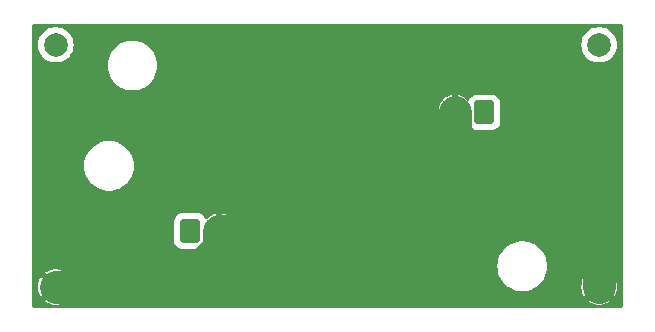
<source format=gbr>
%TF.GenerationSoftware,KiCad,Pcbnew,8.0.6*%
%TF.CreationDate,2024-11-14T22:36:56-05:00*%
%TF.ProjectId,BoostPCB,426f6f73-7450-4434-922e-6b696361645f,rev?*%
%TF.SameCoordinates,Original*%
%TF.FileFunction,Copper,L2,Bot*%
%TF.FilePolarity,Positive*%
%FSLAX46Y46*%
G04 Gerber Fmt 4.6, Leading zero omitted, Abs format (unit mm)*
G04 Created by KiCad (PCBNEW 8.0.6) date 2024-11-14 22:36:56*
%MOMM*%
%LPD*%
G01*
G04 APERTURE LIST*
G04 Aperture macros list*
%AMRoundRect*
0 Rectangle with rounded corners*
0 $1 Rounding radius*
0 $2 $3 $4 $5 $6 $7 $8 $9 X,Y pos of 4 corners*
0 Add a 4 corners polygon primitive as box body*
4,1,4,$2,$3,$4,$5,$6,$7,$8,$9,$2,$3,0*
0 Add four circle primitives for the rounded corners*
1,1,$1+$1,$2,$3*
1,1,$1+$1,$4,$5*
1,1,$1+$1,$6,$7*
1,1,$1+$1,$8,$9*
0 Add four rect primitives between the rounded corners*
20,1,$1+$1,$2,$3,$4,$5,0*
20,1,$1+$1,$4,$5,$6,$7,0*
20,1,$1+$1,$6,$7,$8,$9,0*
20,1,$1+$1,$8,$9,$2,$3,0*%
G04 Aperture macros list end*
%TA.AperFunction,ComponentPad*%
%ADD10C,2.000000*%
%TD*%
%TA.AperFunction,ComponentPad*%
%ADD11RoundRect,0.250000X-0.600000X-0.750000X0.600000X-0.750000X0.600000X0.750000X-0.600000X0.750000X0*%
%TD*%
%TA.AperFunction,ComponentPad*%
%ADD12O,1.700000X2.000000*%
%TD*%
%TA.AperFunction,ComponentPad*%
%ADD13RoundRect,0.250000X0.600000X0.750000X-0.600000X0.750000X-0.600000X-0.750000X0.600000X-0.750000X0*%
%TD*%
%TA.AperFunction,Conductor*%
%ADD14C,2.800000*%
%TD*%
G04 APERTURE END LIST*
D10*
%TO.P,U1,1,In+*%
%TO.N,12V*%
X44500000Y-89750000D03*
%TO.P,U1,2,In-*%
%TO.N,GND*%
X44500000Y-110250000D03*
%TO.P,U1,3,Out+*%
%TO.N,48V*%
X90500000Y-89750000D03*
%TO.P,U1,4,Out-*%
%TO.N,GND*%
X90500000Y-110250000D03*
%TD*%
D11*
%TO.P,J3,1,Pin_1*%
%TO.N,12V*%
X55860000Y-105515000D03*
D12*
%TO.P,J3,2,Pin_2*%
%TO.N,GND*%
X58360000Y-105515000D03*
%TD*%
D13*
%TO.P,J2,1,Pin_1*%
%TO.N,48V*%
X80790000Y-95480000D03*
D12*
%TO.P,J2,2,Pin_2*%
%TO.N,GND*%
X78290000Y-95480000D03*
%TD*%
D14*
%TO.N,GND*%
X78290000Y-95480000D02*
X78290000Y-98980000D01*
X55098222Y-110250000D02*
X44500000Y-110250000D01*
X90500000Y-107430000D02*
X90500000Y-110250000D01*
X71755000Y-105515000D02*
X58360000Y-105515000D01*
X84010000Y-104700000D02*
X87770000Y-104700000D01*
X87770000Y-104700000D02*
X90500000Y-107430000D01*
X58360000Y-105515000D02*
X58360000Y-106988222D01*
X58360000Y-106988222D02*
X55098222Y-110250000D01*
X78290000Y-98980000D02*
X84010000Y-104700000D01*
X78290000Y-98980000D02*
X71755000Y-105515000D01*
%TD*%
%TA.AperFunction,Conductor*%
%TO.N,GND*%
G36*
X92442539Y-88020185D02*
G01*
X92488294Y-88072989D01*
X92499500Y-88124500D01*
X92499500Y-111875500D01*
X92479815Y-111942539D01*
X92427011Y-111988294D01*
X92375500Y-111999500D01*
X42624500Y-111999500D01*
X42557461Y-111979815D01*
X42511706Y-111927011D01*
X42500500Y-111875500D01*
X42500500Y-110249994D01*
X42994859Y-110249994D01*
X42994859Y-110250005D01*
X43015385Y-110497729D01*
X43015387Y-110497738D01*
X43076412Y-110738717D01*
X43176266Y-110966364D01*
X43276564Y-111119882D01*
X44017037Y-110379409D01*
X44034075Y-110442993D01*
X44099901Y-110557007D01*
X44192993Y-110650099D01*
X44307007Y-110715925D01*
X44370590Y-110732962D01*
X43629942Y-111473609D01*
X43676768Y-111510055D01*
X43676770Y-111510056D01*
X43895385Y-111628364D01*
X43895396Y-111628369D01*
X44130506Y-111709083D01*
X44375707Y-111750000D01*
X44624293Y-111750000D01*
X44869493Y-111709083D01*
X45104603Y-111628369D01*
X45104614Y-111628364D01*
X45323228Y-111510057D01*
X45323231Y-111510055D01*
X45370056Y-111473609D01*
X44629409Y-110732962D01*
X44692993Y-110715925D01*
X44807007Y-110650099D01*
X44900099Y-110557007D01*
X44965925Y-110442993D01*
X44982962Y-110379410D01*
X45723434Y-111119882D01*
X45823731Y-110966369D01*
X45923587Y-110738717D01*
X45984612Y-110497738D01*
X45984614Y-110497729D01*
X46005141Y-110250005D01*
X46005141Y-110249994D01*
X45984614Y-110002270D01*
X45984612Y-110002261D01*
X45923587Y-109761282D01*
X45823731Y-109533630D01*
X45723434Y-109380116D01*
X44982962Y-110120589D01*
X44965925Y-110057007D01*
X44900099Y-109942993D01*
X44807007Y-109849901D01*
X44692993Y-109784075D01*
X44629410Y-109767037D01*
X45370057Y-109026390D01*
X45370056Y-109026389D01*
X45323229Y-108989943D01*
X45104614Y-108871635D01*
X45104603Y-108871630D01*
X44869493Y-108790916D01*
X44624293Y-108750000D01*
X44375707Y-108750000D01*
X44130506Y-108790916D01*
X43895396Y-108871630D01*
X43895390Y-108871632D01*
X43676761Y-108989949D01*
X43629942Y-109026388D01*
X43629942Y-109026390D01*
X44370590Y-109767037D01*
X44307007Y-109784075D01*
X44192993Y-109849901D01*
X44099901Y-109942993D01*
X44034075Y-110057007D01*
X44017037Y-110120589D01*
X43276564Y-109380116D01*
X43176267Y-109533632D01*
X43076412Y-109761282D01*
X43015387Y-110002261D01*
X43015385Y-110002270D01*
X42994859Y-110249994D01*
X42500500Y-110249994D01*
X42500500Y-108500000D01*
X81894592Y-108500000D01*
X81914201Y-108786680D01*
X81914201Y-108786684D01*
X81914202Y-108786686D01*
X81934111Y-108882492D01*
X81972666Y-109068034D01*
X81972667Y-109068037D01*
X82068894Y-109338793D01*
X82068893Y-109338793D01*
X82201098Y-109593935D01*
X82366812Y-109828700D01*
X82386613Y-109849901D01*
X82562947Y-110038708D01*
X82785853Y-110220055D01*
X82835103Y-110250005D01*
X83031382Y-110369365D01*
X83200893Y-110442993D01*
X83294942Y-110483844D01*
X83571642Y-110561371D01*
X83821920Y-110595771D01*
X83856321Y-110600500D01*
X83856322Y-110600500D01*
X84143679Y-110600500D01*
X84174370Y-110596281D01*
X84428358Y-110561371D01*
X84705058Y-110483844D01*
X84818015Y-110434779D01*
X84968617Y-110369365D01*
X84968620Y-110369363D01*
X84968625Y-110369361D01*
X85164915Y-110249994D01*
X88994859Y-110249994D01*
X88994859Y-110250005D01*
X89015385Y-110497729D01*
X89015387Y-110497738D01*
X89076412Y-110738717D01*
X89176266Y-110966364D01*
X89276564Y-111119882D01*
X90017037Y-110379409D01*
X90034075Y-110442993D01*
X90099901Y-110557007D01*
X90192993Y-110650099D01*
X90307007Y-110715925D01*
X90370590Y-110732962D01*
X89629942Y-111473609D01*
X89676768Y-111510055D01*
X89676770Y-111510056D01*
X89895385Y-111628364D01*
X89895396Y-111628369D01*
X90130506Y-111709083D01*
X90375707Y-111750000D01*
X90624293Y-111750000D01*
X90869493Y-111709083D01*
X91104603Y-111628369D01*
X91104614Y-111628364D01*
X91323228Y-111510057D01*
X91323231Y-111510055D01*
X91370056Y-111473609D01*
X90629409Y-110732962D01*
X90692993Y-110715925D01*
X90807007Y-110650099D01*
X90900099Y-110557007D01*
X90965925Y-110442993D01*
X90982962Y-110379410D01*
X91723434Y-111119882D01*
X91823731Y-110966369D01*
X91923587Y-110738717D01*
X91984612Y-110497738D01*
X91984614Y-110497729D01*
X92005141Y-110250005D01*
X92005141Y-110249994D01*
X91984614Y-110002270D01*
X91984612Y-110002261D01*
X91923587Y-109761282D01*
X91823731Y-109533630D01*
X91723434Y-109380116D01*
X90982962Y-110120589D01*
X90965925Y-110057007D01*
X90900099Y-109942993D01*
X90807007Y-109849901D01*
X90692993Y-109784075D01*
X90629410Y-109767037D01*
X91370057Y-109026390D01*
X91370056Y-109026389D01*
X91323229Y-108989943D01*
X91104614Y-108871635D01*
X91104603Y-108871630D01*
X90869493Y-108790916D01*
X90624293Y-108750000D01*
X90375707Y-108750000D01*
X90130506Y-108790916D01*
X89895396Y-108871630D01*
X89895390Y-108871632D01*
X89676761Y-108989949D01*
X89629942Y-109026388D01*
X89629942Y-109026390D01*
X90370590Y-109767037D01*
X90307007Y-109784075D01*
X90192993Y-109849901D01*
X90099901Y-109942993D01*
X90034075Y-110057007D01*
X90017037Y-110120589D01*
X89276564Y-109380116D01*
X89176267Y-109533632D01*
X89076412Y-109761282D01*
X89015387Y-110002261D01*
X89015385Y-110002270D01*
X88994859Y-110249994D01*
X85164915Y-110249994D01*
X85214147Y-110220055D01*
X85437053Y-110038708D01*
X85633189Y-109828698D01*
X85798901Y-109593936D01*
X85931104Y-109338797D01*
X86027334Y-109068032D01*
X86085798Y-108786686D01*
X86105408Y-108500000D01*
X86085798Y-108213314D01*
X86027334Y-107931968D01*
X85981387Y-107802687D01*
X85931105Y-107661206D01*
X85931106Y-107661206D01*
X85798901Y-107406064D01*
X85633187Y-107171299D01*
X85554554Y-107087105D01*
X85437053Y-106961292D01*
X85214147Y-106779945D01*
X85214146Y-106779944D01*
X84968617Y-106630634D01*
X84705063Y-106516158D01*
X84705061Y-106516157D01*
X84705058Y-106516156D01*
X84575578Y-106479877D01*
X84428364Y-106438630D01*
X84428359Y-106438629D01*
X84428358Y-106438629D01*
X84276789Y-106417796D01*
X84143679Y-106399500D01*
X84143678Y-106399500D01*
X83856322Y-106399500D01*
X83856321Y-106399500D01*
X83571642Y-106438629D01*
X83571635Y-106438630D01*
X83363861Y-106496845D01*
X83294942Y-106516156D01*
X83294939Y-106516156D01*
X83294936Y-106516158D01*
X83294935Y-106516158D01*
X83031382Y-106630634D01*
X82785853Y-106779944D01*
X82562950Y-106961289D01*
X82366812Y-107171299D01*
X82201098Y-107406064D01*
X82068894Y-107661206D01*
X81972667Y-107931962D01*
X81972666Y-107931965D01*
X81914201Y-108213319D01*
X81894592Y-108500000D01*
X42500500Y-108500000D01*
X42500500Y-104714983D01*
X54509500Y-104714983D01*
X54509500Y-106315001D01*
X54509501Y-106315018D01*
X54520000Y-106417796D01*
X54520001Y-106417799D01*
X54554031Y-106520493D01*
X54575186Y-106584334D01*
X54667288Y-106733656D01*
X54791344Y-106857712D01*
X54940666Y-106949814D01*
X55107203Y-107004999D01*
X55209991Y-107015500D01*
X56510008Y-107015499D01*
X56612797Y-107004999D01*
X56779334Y-106949814D01*
X56928656Y-106857712D01*
X57052712Y-106733656D01*
X57144814Y-106584334D01*
X57144814Y-106584331D01*
X57148448Y-106578441D01*
X57200395Y-106531716D01*
X57269358Y-106520493D01*
X57333440Y-106548336D01*
X57341668Y-106555856D01*
X57480535Y-106694723D01*
X57480540Y-106694727D01*
X57652442Y-106819620D01*
X57841782Y-106916095D01*
X58043871Y-106981757D01*
X58110000Y-106992231D01*
X58110000Y-105948012D01*
X58167007Y-105980925D01*
X58294174Y-106015000D01*
X58425826Y-106015000D01*
X58552993Y-105980925D01*
X58610000Y-105948012D01*
X58610000Y-106992230D01*
X58676126Y-106981757D01*
X58676129Y-106981757D01*
X58878217Y-106916095D01*
X59067557Y-106819620D01*
X59239459Y-106694727D01*
X59239464Y-106694723D01*
X59389723Y-106544464D01*
X59389727Y-106544459D01*
X59514620Y-106372557D01*
X59611095Y-106183217D01*
X59676757Y-105981130D01*
X59676757Y-105981127D01*
X59710000Y-105771246D01*
X59710000Y-105765000D01*
X58793012Y-105765000D01*
X58825925Y-105707993D01*
X58860000Y-105580826D01*
X58860000Y-105449174D01*
X58825925Y-105322007D01*
X58793012Y-105265000D01*
X59710000Y-105265000D01*
X59710000Y-105258753D01*
X59676757Y-105048872D01*
X59676757Y-105048869D01*
X59611095Y-104846782D01*
X59514620Y-104657442D01*
X59389727Y-104485540D01*
X59389723Y-104485535D01*
X59239464Y-104335276D01*
X59239459Y-104335272D01*
X59067557Y-104210379D01*
X58878215Y-104113903D01*
X58676124Y-104048241D01*
X58610000Y-104037768D01*
X58610000Y-105081988D01*
X58552993Y-105049075D01*
X58425826Y-105015000D01*
X58294174Y-105015000D01*
X58167007Y-105049075D01*
X58110000Y-105081988D01*
X58110000Y-104037768D01*
X58109999Y-104037768D01*
X58043875Y-104048241D01*
X57841784Y-104113903D01*
X57652442Y-104210379D01*
X57480541Y-104335271D01*
X57341668Y-104474144D01*
X57280345Y-104507628D01*
X57210653Y-104502644D01*
X57154720Y-104460772D01*
X57148448Y-104451558D01*
X57052712Y-104296344D01*
X56928657Y-104172289D01*
X56928656Y-104172288D01*
X56779334Y-104080186D01*
X56612797Y-104025001D01*
X56612795Y-104025000D01*
X56510010Y-104014500D01*
X55209998Y-104014500D01*
X55209981Y-104014501D01*
X55107203Y-104025000D01*
X55107200Y-104025001D01*
X54940668Y-104080185D01*
X54940663Y-104080187D01*
X54791342Y-104172289D01*
X54667289Y-104296342D01*
X54575187Y-104445663D01*
X54575185Y-104445668D01*
X54570180Y-104460772D01*
X54520001Y-104612203D01*
X54520001Y-104612204D01*
X54520000Y-104612204D01*
X54509500Y-104714983D01*
X42500500Y-104714983D01*
X42500500Y-100000000D01*
X46906742Y-100000000D01*
X46926351Y-100286680D01*
X46984816Y-100568034D01*
X46984817Y-100568037D01*
X47081044Y-100838793D01*
X47081043Y-100838793D01*
X47213248Y-101093935D01*
X47378962Y-101328700D01*
X47464073Y-101419831D01*
X47575097Y-101538708D01*
X47798003Y-101720055D01*
X48043532Y-101869365D01*
X48230387Y-101950526D01*
X48307092Y-101983844D01*
X48583792Y-102061371D01*
X48834070Y-102095771D01*
X48868471Y-102100500D01*
X48868472Y-102100500D01*
X49155829Y-102100500D01*
X49186520Y-102096281D01*
X49440508Y-102061371D01*
X49717208Y-101983844D01*
X49830165Y-101934779D01*
X49980767Y-101869365D01*
X49980770Y-101869363D01*
X49980775Y-101869361D01*
X50226297Y-101720055D01*
X50449203Y-101538708D01*
X50645339Y-101328698D01*
X50811051Y-101093936D01*
X50943254Y-100838797D01*
X51039484Y-100568032D01*
X51097948Y-100286686D01*
X51117558Y-100000000D01*
X51097948Y-99713314D01*
X51039484Y-99431968D01*
X50943255Y-99161206D01*
X50943256Y-99161206D01*
X50811051Y-98906064D01*
X50645337Y-98671299D01*
X50566704Y-98587105D01*
X50449203Y-98461292D01*
X50226297Y-98279945D01*
X50226296Y-98279944D01*
X49980767Y-98130634D01*
X49717213Y-98016158D01*
X49717211Y-98016157D01*
X49717208Y-98016156D01*
X49587728Y-97979877D01*
X49440514Y-97938630D01*
X49440509Y-97938629D01*
X49440508Y-97938629D01*
X49298168Y-97919064D01*
X49155829Y-97899500D01*
X49155828Y-97899500D01*
X48868472Y-97899500D01*
X48868471Y-97899500D01*
X48583792Y-97938629D01*
X48583785Y-97938630D01*
X48376011Y-97996845D01*
X48307092Y-98016156D01*
X48307089Y-98016156D01*
X48307086Y-98016158D01*
X48307085Y-98016158D01*
X48043532Y-98130634D01*
X47798003Y-98279944D01*
X47575100Y-98461289D01*
X47378962Y-98671299D01*
X47213248Y-98906064D01*
X47081044Y-99161206D01*
X46984817Y-99431962D01*
X46984816Y-99431965D01*
X46926351Y-99713319D01*
X46906742Y-100000000D01*
X42500500Y-100000000D01*
X42500500Y-95223753D01*
X76940000Y-95223753D01*
X76940000Y-95230000D01*
X77856988Y-95230000D01*
X77824075Y-95287007D01*
X77790000Y-95414174D01*
X77790000Y-95545826D01*
X77824075Y-95672993D01*
X77856988Y-95730000D01*
X76940000Y-95730000D01*
X76940000Y-95736246D01*
X76973242Y-95946127D01*
X76973242Y-95946130D01*
X77038904Y-96148217D01*
X77135379Y-96337557D01*
X77260272Y-96509459D01*
X77260276Y-96509464D01*
X77410535Y-96659723D01*
X77410540Y-96659727D01*
X77582442Y-96784620D01*
X77771782Y-96881095D01*
X77973871Y-96946757D01*
X78040000Y-96957231D01*
X78040000Y-95913012D01*
X78097007Y-95945925D01*
X78224174Y-95980000D01*
X78355826Y-95980000D01*
X78482993Y-95945925D01*
X78540000Y-95913012D01*
X78540000Y-96957230D01*
X78606126Y-96946757D01*
X78606129Y-96946757D01*
X78808217Y-96881095D01*
X78997557Y-96784620D01*
X79169458Y-96659728D01*
X79308330Y-96520856D01*
X79369653Y-96487371D01*
X79439345Y-96492355D01*
X79495279Y-96534226D01*
X79501551Y-96543440D01*
X79505185Y-96549331D01*
X79505186Y-96549334D01*
X79597288Y-96698656D01*
X79721344Y-96822712D01*
X79870666Y-96914814D01*
X80037203Y-96969999D01*
X80139991Y-96980500D01*
X81440008Y-96980499D01*
X81542797Y-96969999D01*
X81709334Y-96914814D01*
X81858656Y-96822712D01*
X81982712Y-96698656D01*
X82074814Y-96549334D01*
X82129999Y-96382797D01*
X82140500Y-96280009D01*
X82140499Y-94679992D01*
X82129999Y-94577203D01*
X82074814Y-94410666D01*
X81982712Y-94261344D01*
X81858656Y-94137288D01*
X81709334Y-94045186D01*
X81542797Y-93990001D01*
X81542795Y-93990000D01*
X81440010Y-93979500D01*
X80139998Y-93979500D01*
X80139981Y-93979501D01*
X80037203Y-93990000D01*
X80037200Y-93990001D01*
X79870668Y-94045185D01*
X79870663Y-94045187D01*
X79721342Y-94137289D01*
X79597289Y-94261342D01*
X79501551Y-94416559D01*
X79449603Y-94463283D01*
X79380640Y-94474506D01*
X79316558Y-94446662D01*
X79308331Y-94439143D01*
X79169464Y-94300276D01*
X79169459Y-94300272D01*
X78997557Y-94175379D01*
X78808215Y-94078903D01*
X78606124Y-94013241D01*
X78540000Y-94002768D01*
X78540000Y-95046988D01*
X78482993Y-95014075D01*
X78355826Y-94980000D01*
X78224174Y-94980000D01*
X78097007Y-95014075D01*
X78040000Y-95046988D01*
X78040000Y-94002768D01*
X78039999Y-94002768D01*
X77973875Y-94013241D01*
X77771784Y-94078903D01*
X77582442Y-94175379D01*
X77410540Y-94300272D01*
X77410535Y-94300276D01*
X77260276Y-94450535D01*
X77260272Y-94450540D01*
X77135379Y-94622442D01*
X77038904Y-94811782D01*
X76973242Y-95013869D01*
X76973242Y-95013872D01*
X76940000Y-95223753D01*
X42500500Y-95223753D01*
X42500500Y-91500000D01*
X48894592Y-91500000D01*
X48914201Y-91786680D01*
X48972666Y-92068034D01*
X48972667Y-92068037D01*
X49068894Y-92338793D01*
X49068893Y-92338793D01*
X49201098Y-92593935D01*
X49366812Y-92828700D01*
X49451923Y-92919831D01*
X49562947Y-93038708D01*
X49785853Y-93220055D01*
X50031382Y-93369365D01*
X50218237Y-93450526D01*
X50294942Y-93483844D01*
X50571642Y-93561371D01*
X50821920Y-93595771D01*
X50856321Y-93600500D01*
X50856322Y-93600500D01*
X51143679Y-93600500D01*
X51174370Y-93596281D01*
X51428358Y-93561371D01*
X51705058Y-93483844D01*
X51818015Y-93434779D01*
X51968617Y-93369365D01*
X51968620Y-93369363D01*
X51968625Y-93369361D01*
X52214147Y-93220055D01*
X52437053Y-93038708D01*
X52633189Y-92828698D01*
X52798901Y-92593936D01*
X52931104Y-92338797D01*
X53027334Y-92068032D01*
X53085798Y-91786686D01*
X53105408Y-91500000D01*
X53085798Y-91213314D01*
X53027334Y-90931968D01*
X52981387Y-90802687D01*
X52931105Y-90661206D01*
X52931106Y-90661206D01*
X52798901Y-90406064D01*
X52633187Y-90171299D01*
X52554554Y-90087105D01*
X52437053Y-89961292D01*
X52214147Y-89779945D01*
X52214146Y-89779944D01*
X52164895Y-89749994D01*
X88994357Y-89749994D01*
X88994357Y-89750005D01*
X89014890Y-89997812D01*
X89014892Y-89997824D01*
X89075936Y-90238881D01*
X89175826Y-90466606D01*
X89311833Y-90674782D01*
X89311836Y-90674785D01*
X89480256Y-90857738D01*
X89676491Y-91010474D01*
X89895190Y-91128828D01*
X90130386Y-91209571D01*
X90375665Y-91250500D01*
X90624335Y-91250500D01*
X90869614Y-91209571D01*
X91104810Y-91128828D01*
X91323509Y-91010474D01*
X91519744Y-90857738D01*
X91688164Y-90674785D01*
X91824173Y-90466607D01*
X91924063Y-90238881D01*
X91985108Y-89997821D01*
X92005643Y-89750000D01*
X91995752Y-89630639D01*
X91985109Y-89502187D01*
X91985107Y-89502175D01*
X91924063Y-89261118D01*
X91824173Y-89033393D01*
X91688166Y-88825217D01*
X91666557Y-88801744D01*
X91519744Y-88642262D01*
X91323509Y-88489526D01*
X91323507Y-88489525D01*
X91323506Y-88489524D01*
X91104811Y-88371172D01*
X91104802Y-88371169D01*
X90869616Y-88290429D01*
X90624335Y-88249500D01*
X90375665Y-88249500D01*
X90130383Y-88290429D01*
X89895197Y-88371169D01*
X89895188Y-88371172D01*
X89676493Y-88489524D01*
X89480257Y-88642261D01*
X89311833Y-88825217D01*
X89175826Y-89033393D01*
X89075936Y-89261118D01*
X89014892Y-89502175D01*
X89014890Y-89502187D01*
X88994357Y-89749994D01*
X52164895Y-89749994D01*
X51968617Y-89630634D01*
X51705063Y-89516158D01*
X51705061Y-89516157D01*
X51705058Y-89516156D01*
X51575578Y-89479877D01*
X51428364Y-89438630D01*
X51428359Y-89438629D01*
X51428358Y-89438629D01*
X51286018Y-89419064D01*
X51143679Y-89399500D01*
X51143678Y-89399500D01*
X50856322Y-89399500D01*
X50856321Y-89399500D01*
X50571642Y-89438629D01*
X50571635Y-89438630D01*
X50363861Y-89496845D01*
X50294942Y-89516156D01*
X50294939Y-89516156D01*
X50294936Y-89516158D01*
X50294935Y-89516158D01*
X50031382Y-89630634D01*
X49785853Y-89779944D01*
X49562950Y-89961289D01*
X49366812Y-90171299D01*
X49201098Y-90406064D01*
X49068894Y-90661206D01*
X48972667Y-90931962D01*
X48972666Y-90931965D01*
X48914201Y-91213319D01*
X48894592Y-91500000D01*
X42500500Y-91500000D01*
X42500500Y-89749994D01*
X42994357Y-89749994D01*
X42994357Y-89750005D01*
X43014890Y-89997812D01*
X43014892Y-89997824D01*
X43075936Y-90238881D01*
X43175826Y-90466606D01*
X43311833Y-90674782D01*
X43311836Y-90674785D01*
X43480256Y-90857738D01*
X43676491Y-91010474D01*
X43895190Y-91128828D01*
X44130386Y-91209571D01*
X44375665Y-91250500D01*
X44624335Y-91250500D01*
X44869614Y-91209571D01*
X45104810Y-91128828D01*
X45323509Y-91010474D01*
X45519744Y-90857738D01*
X45688164Y-90674785D01*
X45824173Y-90466607D01*
X45924063Y-90238881D01*
X45985108Y-89997821D01*
X46005643Y-89750000D01*
X45995752Y-89630639D01*
X45985109Y-89502187D01*
X45985107Y-89502175D01*
X45924063Y-89261118D01*
X45824173Y-89033393D01*
X45688166Y-88825217D01*
X45666557Y-88801744D01*
X45519744Y-88642262D01*
X45323509Y-88489526D01*
X45323507Y-88489525D01*
X45323506Y-88489524D01*
X45104811Y-88371172D01*
X45104802Y-88371169D01*
X44869616Y-88290429D01*
X44624335Y-88249500D01*
X44375665Y-88249500D01*
X44130383Y-88290429D01*
X43895197Y-88371169D01*
X43895188Y-88371172D01*
X43676493Y-88489524D01*
X43480257Y-88642261D01*
X43311833Y-88825217D01*
X43175826Y-89033393D01*
X43075936Y-89261118D01*
X43014892Y-89502175D01*
X43014890Y-89502187D01*
X42994357Y-89749994D01*
X42500500Y-89749994D01*
X42500500Y-88124500D01*
X42520185Y-88057461D01*
X42572989Y-88011706D01*
X42624500Y-88000500D01*
X92375500Y-88000500D01*
X92442539Y-88020185D01*
G37*
%TD.AperFunction*%
%TD*%
M02*

</source>
